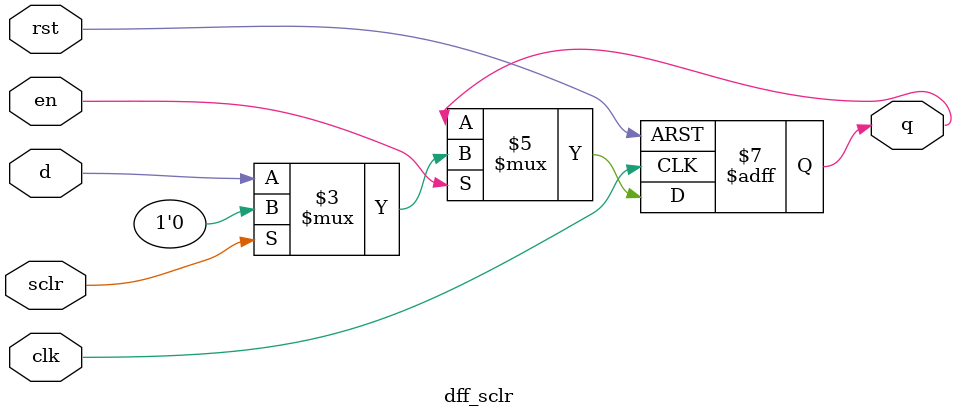
<source format=v>
module dff_sclr (
	input wire d,
	input wire clk,
	input wire en,
	input wire sclr,
	input wire rst,
	output reg q
	);
	
	always @(posedge clk, posedge rst) begin
		if (rst)
			q <= 1'b0;
		else if (en)
			if (sclr)
				q <= 1'b0;
			else
				q <= d;
		end
endmodule

</source>
